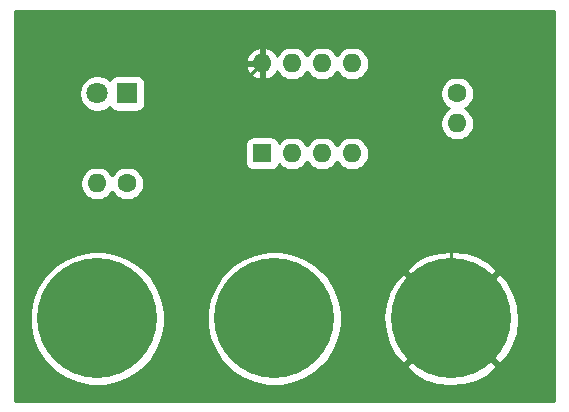
<source format=gbr>
G04 #@! TF.GenerationSoftware,KiCad,Pcbnew,(5.1.5)-2*
G04 #@! TF.CreationDate,2019-12-02T11:12:26+01:00*
G04 #@! TF.ProjectId,tutorial_1,7475746f-7269-4616-9c5f-312e6b696361,rev?*
G04 #@! TF.SameCoordinates,Original*
G04 #@! TF.FileFunction,Copper,L2,Bot*
G04 #@! TF.FilePolarity,Positive*
%FSLAX46Y46*%
G04 Gerber Fmt 4.6, Leading zero omitted, Abs format (unit mm)*
G04 Created by KiCad (PCBNEW (5.1.5)-2) date 2019-12-02 11:12:26*
%MOMM*%
%LPD*%
G04 APERTURE LIST*
%ADD10R,1.800000X1.800000*%
%ADD11C,1.800000*%
%ADD12C,10.160000*%
%ADD13O,1.600000X1.600000*%
%ADD14C,1.600000*%
%ADD15R,1.600000X1.600000*%
%ADD16C,0.250000*%
%ADD17C,0.254000*%
G04 APERTURE END LIST*
D10*
X125730000Y-100330000D03*
D11*
X123190000Y-100330000D03*
D12*
X123190000Y-119380000D03*
X153160000Y-119380000D03*
X138180000Y-119380000D03*
D13*
X153670000Y-102870000D03*
D14*
X153670000Y-100330000D03*
X125730000Y-107950000D03*
D13*
X123190000Y-107950000D03*
D15*
X137160000Y-105410000D03*
D13*
X144780000Y-97790000D03*
X139700000Y-105410000D03*
X142240000Y-97790000D03*
X142240000Y-105410000D03*
X139700000Y-97790000D03*
X144780000Y-105410000D03*
X137160000Y-97790000D03*
D16*
X153160000Y-112050998D02*
X150329002Y-109220000D01*
X153160000Y-119380000D02*
X153160000Y-112050998D01*
X150329002Y-109220000D02*
X135890000Y-109220000D01*
X135890000Y-109220000D02*
X132080000Y-105410000D01*
X132080000Y-102870000D02*
X137160000Y-97790000D01*
X132080000Y-105410000D02*
X132080000Y-102870000D01*
X153160000Y-112195796D02*
X151454204Y-110490000D01*
X153160000Y-119380000D02*
X153160000Y-112195796D01*
X151454204Y-110490000D02*
X134620000Y-110490000D01*
D17*
G36*
X161900001Y-126340000D02*
G01*
X116230000Y-126340000D01*
X116230000Y-118817122D01*
X117475000Y-118817122D01*
X117475000Y-119942878D01*
X117694625Y-121047004D01*
X118125433Y-122087067D01*
X118750870Y-123023100D01*
X119546900Y-123819130D01*
X120482933Y-124444567D01*
X121522996Y-124875375D01*
X122627122Y-125095000D01*
X123752878Y-125095000D01*
X124857004Y-124875375D01*
X125897067Y-124444567D01*
X126833100Y-123819130D01*
X127629130Y-123023100D01*
X128254567Y-122087067D01*
X128685375Y-121047004D01*
X128905000Y-119942878D01*
X128905000Y-118817122D01*
X132465000Y-118817122D01*
X132465000Y-119942878D01*
X132684625Y-121047004D01*
X133115433Y-122087067D01*
X133740870Y-123023100D01*
X134536900Y-123819130D01*
X135472933Y-124444567D01*
X136512996Y-124875375D01*
X137617122Y-125095000D01*
X138742878Y-125095000D01*
X139847004Y-124875375D01*
X140887067Y-124444567D01*
X141823100Y-123819130D01*
X142225034Y-123417196D01*
X149302409Y-123417196D01*
X149888124Y-124099416D01*
X150871704Y-124647045D01*
X151943223Y-124992265D01*
X153061501Y-125121808D01*
X154183565Y-125030697D01*
X155266294Y-124722433D01*
X156268079Y-124208863D01*
X156431876Y-124099416D01*
X157017591Y-123417196D01*
X153160000Y-119559605D01*
X149302409Y-123417196D01*
X142225034Y-123417196D01*
X142619130Y-123023100D01*
X143244567Y-122087067D01*
X143675375Y-121047004D01*
X143895000Y-119942878D01*
X143895000Y-119281501D01*
X147418192Y-119281501D01*
X147509303Y-120403565D01*
X147817567Y-121486294D01*
X148331137Y-122488079D01*
X148440584Y-122651876D01*
X149122804Y-123237591D01*
X152980395Y-119380000D01*
X153339605Y-119380000D01*
X157197196Y-123237591D01*
X157879416Y-122651876D01*
X158427045Y-121668296D01*
X158772265Y-120596777D01*
X158901808Y-119478499D01*
X158810697Y-118356435D01*
X158502433Y-117273706D01*
X157988863Y-116271921D01*
X157879416Y-116108124D01*
X157197196Y-115522409D01*
X153339605Y-119380000D01*
X152980395Y-119380000D01*
X149122804Y-115522409D01*
X148440584Y-116108124D01*
X147892955Y-117091704D01*
X147547735Y-118163223D01*
X147418192Y-119281501D01*
X143895000Y-119281501D01*
X143895000Y-118817122D01*
X143675375Y-117712996D01*
X143244567Y-116672933D01*
X142619130Y-115736900D01*
X142225034Y-115342804D01*
X149302409Y-115342804D01*
X153160000Y-119200395D01*
X157017591Y-115342804D01*
X156431876Y-114660584D01*
X155448296Y-114112955D01*
X154376777Y-113767735D01*
X153258499Y-113638192D01*
X152136435Y-113729303D01*
X151053706Y-114037567D01*
X150051921Y-114551137D01*
X149888124Y-114660584D01*
X149302409Y-115342804D01*
X142225034Y-115342804D01*
X141823100Y-114940870D01*
X140887067Y-114315433D01*
X139847004Y-113884625D01*
X138742878Y-113665000D01*
X137617122Y-113665000D01*
X136512996Y-113884625D01*
X135472933Y-114315433D01*
X134536900Y-114940870D01*
X133740870Y-115736900D01*
X133115433Y-116672933D01*
X132684625Y-117712996D01*
X132465000Y-118817122D01*
X128905000Y-118817122D01*
X128685375Y-117712996D01*
X128254567Y-116672933D01*
X127629130Y-115736900D01*
X126833100Y-114940870D01*
X125897067Y-114315433D01*
X124857004Y-113884625D01*
X123752878Y-113665000D01*
X122627122Y-113665000D01*
X121522996Y-113884625D01*
X120482933Y-114315433D01*
X119546900Y-114940870D01*
X118750870Y-115736900D01*
X118125433Y-116672933D01*
X117694625Y-117712996D01*
X117475000Y-118817122D01*
X116230000Y-118817122D01*
X116230000Y-107808665D01*
X121755000Y-107808665D01*
X121755000Y-108091335D01*
X121810147Y-108368574D01*
X121918320Y-108629727D01*
X122075363Y-108864759D01*
X122275241Y-109064637D01*
X122510273Y-109221680D01*
X122771426Y-109329853D01*
X123048665Y-109385000D01*
X123331335Y-109385000D01*
X123608574Y-109329853D01*
X123869727Y-109221680D01*
X124104759Y-109064637D01*
X124304637Y-108864759D01*
X124460000Y-108632241D01*
X124615363Y-108864759D01*
X124815241Y-109064637D01*
X125050273Y-109221680D01*
X125311426Y-109329853D01*
X125588665Y-109385000D01*
X125871335Y-109385000D01*
X126148574Y-109329853D01*
X126409727Y-109221680D01*
X126644759Y-109064637D01*
X126844637Y-108864759D01*
X127001680Y-108629727D01*
X127109853Y-108368574D01*
X127165000Y-108091335D01*
X127165000Y-107808665D01*
X127109853Y-107531426D01*
X127001680Y-107270273D01*
X126844637Y-107035241D01*
X126644759Y-106835363D01*
X126409727Y-106678320D01*
X126148574Y-106570147D01*
X125871335Y-106515000D01*
X125588665Y-106515000D01*
X125311426Y-106570147D01*
X125050273Y-106678320D01*
X124815241Y-106835363D01*
X124615363Y-107035241D01*
X124460000Y-107267759D01*
X124304637Y-107035241D01*
X124104759Y-106835363D01*
X123869727Y-106678320D01*
X123608574Y-106570147D01*
X123331335Y-106515000D01*
X123048665Y-106515000D01*
X122771426Y-106570147D01*
X122510273Y-106678320D01*
X122275241Y-106835363D01*
X122075363Y-107035241D01*
X121918320Y-107270273D01*
X121810147Y-107531426D01*
X121755000Y-107808665D01*
X116230000Y-107808665D01*
X116230000Y-104610000D01*
X135721928Y-104610000D01*
X135721928Y-106210000D01*
X135734188Y-106334482D01*
X135770498Y-106454180D01*
X135829463Y-106564494D01*
X135908815Y-106661185D01*
X136005506Y-106740537D01*
X136115820Y-106799502D01*
X136235518Y-106835812D01*
X136360000Y-106848072D01*
X137960000Y-106848072D01*
X138084482Y-106835812D01*
X138204180Y-106799502D01*
X138314494Y-106740537D01*
X138411185Y-106661185D01*
X138490537Y-106564494D01*
X138549502Y-106454180D01*
X138585812Y-106334482D01*
X138586643Y-106326039D01*
X138785241Y-106524637D01*
X139020273Y-106681680D01*
X139281426Y-106789853D01*
X139558665Y-106845000D01*
X139841335Y-106845000D01*
X140118574Y-106789853D01*
X140379727Y-106681680D01*
X140614759Y-106524637D01*
X140814637Y-106324759D01*
X140970000Y-106092241D01*
X141125363Y-106324759D01*
X141325241Y-106524637D01*
X141560273Y-106681680D01*
X141821426Y-106789853D01*
X142098665Y-106845000D01*
X142381335Y-106845000D01*
X142658574Y-106789853D01*
X142919727Y-106681680D01*
X143154759Y-106524637D01*
X143354637Y-106324759D01*
X143510000Y-106092241D01*
X143665363Y-106324759D01*
X143865241Y-106524637D01*
X144100273Y-106681680D01*
X144361426Y-106789853D01*
X144638665Y-106845000D01*
X144921335Y-106845000D01*
X145198574Y-106789853D01*
X145459727Y-106681680D01*
X145694759Y-106524637D01*
X145894637Y-106324759D01*
X146051680Y-106089727D01*
X146159853Y-105828574D01*
X146215000Y-105551335D01*
X146215000Y-105268665D01*
X146159853Y-104991426D01*
X146051680Y-104730273D01*
X145894637Y-104495241D01*
X145694759Y-104295363D01*
X145459727Y-104138320D01*
X145198574Y-104030147D01*
X144921335Y-103975000D01*
X144638665Y-103975000D01*
X144361426Y-104030147D01*
X144100273Y-104138320D01*
X143865241Y-104295363D01*
X143665363Y-104495241D01*
X143510000Y-104727759D01*
X143354637Y-104495241D01*
X143154759Y-104295363D01*
X142919727Y-104138320D01*
X142658574Y-104030147D01*
X142381335Y-103975000D01*
X142098665Y-103975000D01*
X141821426Y-104030147D01*
X141560273Y-104138320D01*
X141325241Y-104295363D01*
X141125363Y-104495241D01*
X140970000Y-104727759D01*
X140814637Y-104495241D01*
X140614759Y-104295363D01*
X140379727Y-104138320D01*
X140118574Y-104030147D01*
X139841335Y-103975000D01*
X139558665Y-103975000D01*
X139281426Y-104030147D01*
X139020273Y-104138320D01*
X138785241Y-104295363D01*
X138586643Y-104493961D01*
X138585812Y-104485518D01*
X138549502Y-104365820D01*
X138490537Y-104255506D01*
X138411185Y-104158815D01*
X138314494Y-104079463D01*
X138204180Y-104020498D01*
X138084482Y-103984188D01*
X137960000Y-103971928D01*
X136360000Y-103971928D01*
X136235518Y-103984188D01*
X136115820Y-104020498D01*
X136005506Y-104079463D01*
X135908815Y-104158815D01*
X135829463Y-104255506D01*
X135770498Y-104365820D01*
X135734188Y-104485518D01*
X135721928Y-104610000D01*
X116230000Y-104610000D01*
X116230000Y-100178816D01*
X121655000Y-100178816D01*
X121655000Y-100481184D01*
X121713989Y-100777743D01*
X121829701Y-101057095D01*
X121997688Y-101308505D01*
X122211495Y-101522312D01*
X122462905Y-101690299D01*
X122742257Y-101806011D01*
X123038816Y-101865000D01*
X123341184Y-101865000D01*
X123637743Y-101806011D01*
X123917095Y-101690299D01*
X124168505Y-101522312D01*
X124234944Y-101455873D01*
X124240498Y-101474180D01*
X124299463Y-101584494D01*
X124378815Y-101681185D01*
X124475506Y-101760537D01*
X124585820Y-101819502D01*
X124705518Y-101855812D01*
X124830000Y-101868072D01*
X126630000Y-101868072D01*
X126754482Y-101855812D01*
X126874180Y-101819502D01*
X126984494Y-101760537D01*
X127081185Y-101681185D01*
X127160537Y-101584494D01*
X127219502Y-101474180D01*
X127255812Y-101354482D01*
X127268072Y-101230000D01*
X127268072Y-100188665D01*
X152235000Y-100188665D01*
X152235000Y-100471335D01*
X152290147Y-100748574D01*
X152398320Y-101009727D01*
X152555363Y-101244759D01*
X152755241Y-101444637D01*
X152987759Y-101600000D01*
X152755241Y-101755363D01*
X152555363Y-101955241D01*
X152398320Y-102190273D01*
X152290147Y-102451426D01*
X152235000Y-102728665D01*
X152235000Y-103011335D01*
X152290147Y-103288574D01*
X152398320Y-103549727D01*
X152555363Y-103784759D01*
X152755241Y-103984637D01*
X152990273Y-104141680D01*
X153251426Y-104249853D01*
X153528665Y-104305000D01*
X153811335Y-104305000D01*
X154088574Y-104249853D01*
X154349727Y-104141680D01*
X154584759Y-103984637D01*
X154784637Y-103784759D01*
X154941680Y-103549727D01*
X155049853Y-103288574D01*
X155105000Y-103011335D01*
X155105000Y-102728665D01*
X155049853Y-102451426D01*
X154941680Y-102190273D01*
X154784637Y-101955241D01*
X154584759Y-101755363D01*
X154352241Y-101600000D01*
X154584759Y-101444637D01*
X154784637Y-101244759D01*
X154941680Y-101009727D01*
X155049853Y-100748574D01*
X155105000Y-100471335D01*
X155105000Y-100188665D01*
X155049853Y-99911426D01*
X154941680Y-99650273D01*
X154784637Y-99415241D01*
X154584759Y-99215363D01*
X154349727Y-99058320D01*
X154088574Y-98950147D01*
X153811335Y-98895000D01*
X153528665Y-98895000D01*
X153251426Y-98950147D01*
X152990273Y-99058320D01*
X152755241Y-99215363D01*
X152555363Y-99415241D01*
X152398320Y-99650273D01*
X152290147Y-99911426D01*
X152235000Y-100188665D01*
X127268072Y-100188665D01*
X127268072Y-99430000D01*
X127255812Y-99305518D01*
X127219502Y-99185820D01*
X127160537Y-99075506D01*
X127081185Y-98978815D01*
X126984494Y-98899463D01*
X126874180Y-98840498D01*
X126754482Y-98804188D01*
X126630000Y-98791928D01*
X124830000Y-98791928D01*
X124705518Y-98804188D01*
X124585820Y-98840498D01*
X124475506Y-98899463D01*
X124378815Y-98978815D01*
X124299463Y-99075506D01*
X124240498Y-99185820D01*
X124234944Y-99204127D01*
X124168505Y-99137688D01*
X123917095Y-98969701D01*
X123637743Y-98853989D01*
X123341184Y-98795000D01*
X123038816Y-98795000D01*
X122742257Y-98853989D01*
X122462905Y-98969701D01*
X122211495Y-99137688D01*
X121997688Y-99351495D01*
X121829701Y-99602905D01*
X121713989Y-99882257D01*
X121655000Y-100178816D01*
X116230000Y-100178816D01*
X116230000Y-98139040D01*
X135768091Y-98139040D01*
X135862930Y-98403881D01*
X136007615Y-98645131D01*
X136196586Y-98853519D01*
X136422580Y-99021037D01*
X136676913Y-99141246D01*
X136810961Y-99181904D01*
X137033000Y-99059915D01*
X137033000Y-97917000D01*
X135889376Y-97917000D01*
X135768091Y-98139040D01*
X116230000Y-98139040D01*
X116230000Y-97440960D01*
X135768091Y-97440960D01*
X135889376Y-97663000D01*
X137033000Y-97663000D01*
X137033000Y-96520085D01*
X137287000Y-96520085D01*
X137287000Y-97663000D01*
X137307000Y-97663000D01*
X137307000Y-97917000D01*
X137287000Y-97917000D01*
X137287000Y-99059915D01*
X137509039Y-99181904D01*
X137643087Y-99141246D01*
X137897420Y-99021037D01*
X138123414Y-98853519D01*
X138312385Y-98645131D01*
X138423933Y-98459135D01*
X138428320Y-98469727D01*
X138585363Y-98704759D01*
X138785241Y-98904637D01*
X139020273Y-99061680D01*
X139281426Y-99169853D01*
X139558665Y-99225000D01*
X139841335Y-99225000D01*
X140118574Y-99169853D01*
X140379727Y-99061680D01*
X140614759Y-98904637D01*
X140814637Y-98704759D01*
X140970000Y-98472241D01*
X141125363Y-98704759D01*
X141325241Y-98904637D01*
X141560273Y-99061680D01*
X141821426Y-99169853D01*
X142098665Y-99225000D01*
X142381335Y-99225000D01*
X142658574Y-99169853D01*
X142919727Y-99061680D01*
X143154759Y-98904637D01*
X143354637Y-98704759D01*
X143510000Y-98472241D01*
X143665363Y-98704759D01*
X143865241Y-98904637D01*
X144100273Y-99061680D01*
X144361426Y-99169853D01*
X144638665Y-99225000D01*
X144921335Y-99225000D01*
X145198574Y-99169853D01*
X145459727Y-99061680D01*
X145694759Y-98904637D01*
X145894637Y-98704759D01*
X146051680Y-98469727D01*
X146159853Y-98208574D01*
X146215000Y-97931335D01*
X146215000Y-97648665D01*
X146159853Y-97371426D01*
X146051680Y-97110273D01*
X145894637Y-96875241D01*
X145694759Y-96675363D01*
X145459727Y-96518320D01*
X145198574Y-96410147D01*
X144921335Y-96355000D01*
X144638665Y-96355000D01*
X144361426Y-96410147D01*
X144100273Y-96518320D01*
X143865241Y-96675363D01*
X143665363Y-96875241D01*
X143510000Y-97107759D01*
X143354637Y-96875241D01*
X143154759Y-96675363D01*
X142919727Y-96518320D01*
X142658574Y-96410147D01*
X142381335Y-96355000D01*
X142098665Y-96355000D01*
X141821426Y-96410147D01*
X141560273Y-96518320D01*
X141325241Y-96675363D01*
X141125363Y-96875241D01*
X140970000Y-97107759D01*
X140814637Y-96875241D01*
X140614759Y-96675363D01*
X140379727Y-96518320D01*
X140118574Y-96410147D01*
X139841335Y-96355000D01*
X139558665Y-96355000D01*
X139281426Y-96410147D01*
X139020273Y-96518320D01*
X138785241Y-96675363D01*
X138585363Y-96875241D01*
X138428320Y-97110273D01*
X138423933Y-97120865D01*
X138312385Y-96934869D01*
X138123414Y-96726481D01*
X137897420Y-96558963D01*
X137643087Y-96438754D01*
X137509039Y-96398096D01*
X137287000Y-96520085D01*
X137033000Y-96520085D01*
X136810961Y-96398096D01*
X136676913Y-96438754D01*
X136422580Y-96558963D01*
X136196586Y-96726481D01*
X136007615Y-96934869D01*
X135862930Y-97176119D01*
X135768091Y-97440960D01*
X116230000Y-97440960D01*
X116230000Y-93370000D01*
X161900000Y-93370000D01*
X161900001Y-126340000D01*
G37*
X161900001Y-126340000D02*
X116230000Y-126340000D01*
X116230000Y-118817122D01*
X117475000Y-118817122D01*
X117475000Y-119942878D01*
X117694625Y-121047004D01*
X118125433Y-122087067D01*
X118750870Y-123023100D01*
X119546900Y-123819130D01*
X120482933Y-124444567D01*
X121522996Y-124875375D01*
X122627122Y-125095000D01*
X123752878Y-125095000D01*
X124857004Y-124875375D01*
X125897067Y-124444567D01*
X126833100Y-123819130D01*
X127629130Y-123023100D01*
X128254567Y-122087067D01*
X128685375Y-121047004D01*
X128905000Y-119942878D01*
X128905000Y-118817122D01*
X132465000Y-118817122D01*
X132465000Y-119942878D01*
X132684625Y-121047004D01*
X133115433Y-122087067D01*
X133740870Y-123023100D01*
X134536900Y-123819130D01*
X135472933Y-124444567D01*
X136512996Y-124875375D01*
X137617122Y-125095000D01*
X138742878Y-125095000D01*
X139847004Y-124875375D01*
X140887067Y-124444567D01*
X141823100Y-123819130D01*
X142225034Y-123417196D01*
X149302409Y-123417196D01*
X149888124Y-124099416D01*
X150871704Y-124647045D01*
X151943223Y-124992265D01*
X153061501Y-125121808D01*
X154183565Y-125030697D01*
X155266294Y-124722433D01*
X156268079Y-124208863D01*
X156431876Y-124099416D01*
X157017591Y-123417196D01*
X153160000Y-119559605D01*
X149302409Y-123417196D01*
X142225034Y-123417196D01*
X142619130Y-123023100D01*
X143244567Y-122087067D01*
X143675375Y-121047004D01*
X143895000Y-119942878D01*
X143895000Y-119281501D01*
X147418192Y-119281501D01*
X147509303Y-120403565D01*
X147817567Y-121486294D01*
X148331137Y-122488079D01*
X148440584Y-122651876D01*
X149122804Y-123237591D01*
X152980395Y-119380000D01*
X153339605Y-119380000D01*
X157197196Y-123237591D01*
X157879416Y-122651876D01*
X158427045Y-121668296D01*
X158772265Y-120596777D01*
X158901808Y-119478499D01*
X158810697Y-118356435D01*
X158502433Y-117273706D01*
X157988863Y-116271921D01*
X157879416Y-116108124D01*
X157197196Y-115522409D01*
X153339605Y-119380000D01*
X152980395Y-119380000D01*
X149122804Y-115522409D01*
X148440584Y-116108124D01*
X147892955Y-117091704D01*
X147547735Y-118163223D01*
X147418192Y-119281501D01*
X143895000Y-119281501D01*
X143895000Y-118817122D01*
X143675375Y-117712996D01*
X143244567Y-116672933D01*
X142619130Y-115736900D01*
X142225034Y-115342804D01*
X149302409Y-115342804D01*
X153160000Y-119200395D01*
X157017591Y-115342804D01*
X156431876Y-114660584D01*
X155448296Y-114112955D01*
X154376777Y-113767735D01*
X153258499Y-113638192D01*
X152136435Y-113729303D01*
X151053706Y-114037567D01*
X150051921Y-114551137D01*
X149888124Y-114660584D01*
X149302409Y-115342804D01*
X142225034Y-115342804D01*
X141823100Y-114940870D01*
X140887067Y-114315433D01*
X139847004Y-113884625D01*
X138742878Y-113665000D01*
X137617122Y-113665000D01*
X136512996Y-113884625D01*
X135472933Y-114315433D01*
X134536900Y-114940870D01*
X133740870Y-115736900D01*
X133115433Y-116672933D01*
X132684625Y-117712996D01*
X132465000Y-118817122D01*
X128905000Y-118817122D01*
X128685375Y-117712996D01*
X128254567Y-116672933D01*
X127629130Y-115736900D01*
X126833100Y-114940870D01*
X125897067Y-114315433D01*
X124857004Y-113884625D01*
X123752878Y-113665000D01*
X122627122Y-113665000D01*
X121522996Y-113884625D01*
X120482933Y-114315433D01*
X119546900Y-114940870D01*
X118750870Y-115736900D01*
X118125433Y-116672933D01*
X117694625Y-117712996D01*
X117475000Y-118817122D01*
X116230000Y-118817122D01*
X116230000Y-107808665D01*
X121755000Y-107808665D01*
X121755000Y-108091335D01*
X121810147Y-108368574D01*
X121918320Y-108629727D01*
X122075363Y-108864759D01*
X122275241Y-109064637D01*
X122510273Y-109221680D01*
X122771426Y-109329853D01*
X123048665Y-109385000D01*
X123331335Y-109385000D01*
X123608574Y-109329853D01*
X123869727Y-109221680D01*
X124104759Y-109064637D01*
X124304637Y-108864759D01*
X124460000Y-108632241D01*
X124615363Y-108864759D01*
X124815241Y-109064637D01*
X125050273Y-109221680D01*
X125311426Y-109329853D01*
X125588665Y-109385000D01*
X125871335Y-109385000D01*
X126148574Y-109329853D01*
X126409727Y-109221680D01*
X126644759Y-109064637D01*
X126844637Y-108864759D01*
X127001680Y-108629727D01*
X127109853Y-108368574D01*
X127165000Y-108091335D01*
X127165000Y-107808665D01*
X127109853Y-107531426D01*
X127001680Y-107270273D01*
X126844637Y-107035241D01*
X126644759Y-106835363D01*
X126409727Y-106678320D01*
X126148574Y-106570147D01*
X125871335Y-106515000D01*
X125588665Y-106515000D01*
X125311426Y-106570147D01*
X125050273Y-106678320D01*
X124815241Y-106835363D01*
X124615363Y-107035241D01*
X124460000Y-107267759D01*
X124304637Y-107035241D01*
X124104759Y-106835363D01*
X123869727Y-106678320D01*
X123608574Y-106570147D01*
X123331335Y-106515000D01*
X123048665Y-106515000D01*
X122771426Y-106570147D01*
X122510273Y-106678320D01*
X122275241Y-106835363D01*
X122075363Y-107035241D01*
X121918320Y-107270273D01*
X121810147Y-107531426D01*
X121755000Y-107808665D01*
X116230000Y-107808665D01*
X116230000Y-104610000D01*
X135721928Y-104610000D01*
X135721928Y-106210000D01*
X135734188Y-106334482D01*
X135770498Y-106454180D01*
X135829463Y-106564494D01*
X135908815Y-106661185D01*
X136005506Y-106740537D01*
X136115820Y-106799502D01*
X136235518Y-106835812D01*
X136360000Y-106848072D01*
X137960000Y-106848072D01*
X138084482Y-106835812D01*
X138204180Y-106799502D01*
X138314494Y-106740537D01*
X138411185Y-106661185D01*
X138490537Y-106564494D01*
X138549502Y-106454180D01*
X138585812Y-106334482D01*
X138586643Y-106326039D01*
X138785241Y-106524637D01*
X139020273Y-106681680D01*
X139281426Y-106789853D01*
X139558665Y-106845000D01*
X139841335Y-106845000D01*
X140118574Y-106789853D01*
X140379727Y-106681680D01*
X140614759Y-106524637D01*
X140814637Y-106324759D01*
X140970000Y-106092241D01*
X141125363Y-106324759D01*
X141325241Y-106524637D01*
X141560273Y-106681680D01*
X141821426Y-106789853D01*
X142098665Y-106845000D01*
X142381335Y-106845000D01*
X142658574Y-106789853D01*
X142919727Y-106681680D01*
X143154759Y-106524637D01*
X143354637Y-106324759D01*
X143510000Y-106092241D01*
X143665363Y-106324759D01*
X143865241Y-106524637D01*
X144100273Y-106681680D01*
X144361426Y-106789853D01*
X144638665Y-106845000D01*
X144921335Y-106845000D01*
X145198574Y-106789853D01*
X145459727Y-106681680D01*
X145694759Y-106524637D01*
X145894637Y-106324759D01*
X146051680Y-106089727D01*
X146159853Y-105828574D01*
X146215000Y-105551335D01*
X146215000Y-105268665D01*
X146159853Y-104991426D01*
X146051680Y-104730273D01*
X145894637Y-104495241D01*
X145694759Y-104295363D01*
X145459727Y-104138320D01*
X145198574Y-104030147D01*
X144921335Y-103975000D01*
X144638665Y-103975000D01*
X144361426Y-104030147D01*
X144100273Y-104138320D01*
X143865241Y-104295363D01*
X143665363Y-104495241D01*
X143510000Y-104727759D01*
X143354637Y-104495241D01*
X143154759Y-104295363D01*
X142919727Y-104138320D01*
X142658574Y-104030147D01*
X142381335Y-103975000D01*
X142098665Y-103975000D01*
X141821426Y-104030147D01*
X141560273Y-104138320D01*
X141325241Y-104295363D01*
X141125363Y-104495241D01*
X140970000Y-104727759D01*
X140814637Y-104495241D01*
X140614759Y-104295363D01*
X140379727Y-104138320D01*
X140118574Y-104030147D01*
X139841335Y-103975000D01*
X139558665Y-103975000D01*
X139281426Y-104030147D01*
X139020273Y-104138320D01*
X138785241Y-104295363D01*
X138586643Y-104493961D01*
X138585812Y-104485518D01*
X138549502Y-104365820D01*
X138490537Y-104255506D01*
X138411185Y-104158815D01*
X138314494Y-104079463D01*
X138204180Y-104020498D01*
X138084482Y-103984188D01*
X137960000Y-103971928D01*
X136360000Y-103971928D01*
X136235518Y-103984188D01*
X136115820Y-104020498D01*
X136005506Y-104079463D01*
X135908815Y-104158815D01*
X135829463Y-104255506D01*
X135770498Y-104365820D01*
X135734188Y-104485518D01*
X135721928Y-104610000D01*
X116230000Y-104610000D01*
X116230000Y-100178816D01*
X121655000Y-100178816D01*
X121655000Y-100481184D01*
X121713989Y-100777743D01*
X121829701Y-101057095D01*
X121997688Y-101308505D01*
X122211495Y-101522312D01*
X122462905Y-101690299D01*
X122742257Y-101806011D01*
X123038816Y-101865000D01*
X123341184Y-101865000D01*
X123637743Y-101806011D01*
X123917095Y-101690299D01*
X124168505Y-101522312D01*
X124234944Y-101455873D01*
X124240498Y-101474180D01*
X124299463Y-101584494D01*
X124378815Y-101681185D01*
X124475506Y-101760537D01*
X124585820Y-101819502D01*
X124705518Y-101855812D01*
X124830000Y-101868072D01*
X126630000Y-101868072D01*
X126754482Y-101855812D01*
X126874180Y-101819502D01*
X126984494Y-101760537D01*
X127081185Y-101681185D01*
X127160537Y-101584494D01*
X127219502Y-101474180D01*
X127255812Y-101354482D01*
X127268072Y-101230000D01*
X127268072Y-100188665D01*
X152235000Y-100188665D01*
X152235000Y-100471335D01*
X152290147Y-100748574D01*
X152398320Y-101009727D01*
X152555363Y-101244759D01*
X152755241Y-101444637D01*
X152987759Y-101600000D01*
X152755241Y-101755363D01*
X152555363Y-101955241D01*
X152398320Y-102190273D01*
X152290147Y-102451426D01*
X152235000Y-102728665D01*
X152235000Y-103011335D01*
X152290147Y-103288574D01*
X152398320Y-103549727D01*
X152555363Y-103784759D01*
X152755241Y-103984637D01*
X152990273Y-104141680D01*
X153251426Y-104249853D01*
X153528665Y-104305000D01*
X153811335Y-104305000D01*
X154088574Y-104249853D01*
X154349727Y-104141680D01*
X154584759Y-103984637D01*
X154784637Y-103784759D01*
X154941680Y-103549727D01*
X155049853Y-103288574D01*
X155105000Y-103011335D01*
X155105000Y-102728665D01*
X155049853Y-102451426D01*
X154941680Y-102190273D01*
X154784637Y-101955241D01*
X154584759Y-101755363D01*
X154352241Y-101600000D01*
X154584759Y-101444637D01*
X154784637Y-101244759D01*
X154941680Y-101009727D01*
X155049853Y-100748574D01*
X155105000Y-100471335D01*
X155105000Y-100188665D01*
X155049853Y-99911426D01*
X154941680Y-99650273D01*
X154784637Y-99415241D01*
X154584759Y-99215363D01*
X154349727Y-99058320D01*
X154088574Y-98950147D01*
X153811335Y-98895000D01*
X153528665Y-98895000D01*
X153251426Y-98950147D01*
X152990273Y-99058320D01*
X152755241Y-99215363D01*
X152555363Y-99415241D01*
X152398320Y-99650273D01*
X152290147Y-99911426D01*
X152235000Y-100188665D01*
X127268072Y-100188665D01*
X127268072Y-99430000D01*
X127255812Y-99305518D01*
X127219502Y-99185820D01*
X127160537Y-99075506D01*
X127081185Y-98978815D01*
X126984494Y-98899463D01*
X126874180Y-98840498D01*
X126754482Y-98804188D01*
X126630000Y-98791928D01*
X124830000Y-98791928D01*
X124705518Y-98804188D01*
X124585820Y-98840498D01*
X124475506Y-98899463D01*
X124378815Y-98978815D01*
X124299463Y-99075506D01*
X124240498Y-99185820D01*
X124234944Y-99204127D01*
X124168505Y-99137688D01*
X123917095Y-98969701D01*
X123637743Y-98853989D01*
X123341184Y-98795000D01*
X123038816Y-98795000D01*
X122742257Y-98853989D01*
X122462905Y-98969701D01*
X122211495Y-99137688D01*
X121997688Y-99351495D01*
X121829701Y-99602905D01*
X121713989Y-99882257D01*
X121655000Y-100178816D01*
X116230000Y-100178816D01*
X116230000Y-98139040D01*
X135768091Y-98139040D01*
X135862930Y-98403881D01*
X136007615Y-98645131D01*
X136196586Y-98853519D01*
X136422580Y-99021037D01*
X136676913Y-99141246D01*
X136810961Y-99181904D01*
X137033000Y-99059915D01*
X137033000Y-97917000D01*
X135889376Y-97917000D01*
X135768091Y-98139040D01*
X116230000Y-98139040D01*
X116230000Y-97440960D01*
X135768091Y-97440960D01*
X135889376Y-97663000D01*
X137033000Y-97663000D01*
X137033000Y-96520085D01*
X137287000Y-96520085D01*
X137287000Y-97663000D01*
X137307000Y-97663000D01*
X137307000Y-97917000D01*
X137287000Y-97917000D01*
X137287000Y-99059915D01*
X137509039Y-99181904D01*
X137643087Y-99141246D01*
X137897420Y-99021037D01*
X138123414Y-98853519D01*
X138312385Y-98645131D01*
X138423933Y-98459135D01*
X138428320Y-98469727D01*
X138585363Y-98704759D01*
X138785241Y-98904637D01*
X139020273Y-99061680D01*
X139281426Y-99169853D01*
X139558665Y-99225000D01*
X139841335Y-99225000D01*
X140118574Y-99169853D01*
X140379727Y-99061680D01*
X140614759Y-98904637D01*
X140814637Y-98704759D01*
X140970000Y-98472241D01*
X141125363Y-98704759D01*
X141325241Y-98904637D01*
X141560273Y-99061680D01*
X141821426Y-99169853D01*
X142098665Y-99225000D01*
X142381335Y-99225000D01*
X142658574Y-99169853D01*
X142919727Y-99061680D01*
X143154759Y-98904637D01*
X143354637Y-98704759D01*
X143510000Y-98472241D01*
X143665363Y-98704759D01*
X143865241Y-98904637D01*
X144100273Y-99061680D01*
X144361426Y-99169853D01*
X144638665Y-99225000D01*
X144921335Y-99225000D01*
X145198574Y-99169853D01*
X145459727Y-99061680D01*
X145694759Y-98904637D01*
X145894637Y-98704759D01*
X146051680Y-98469727D01*
X146159853Y-98208574D01*
X146215000Y-97931335D01*
X146215000Y-97648665D01*
X146159853Y-97371426D01*
X146051680Y-97110273D01*
X145894637Y-96875241D01*
X145694759Y-96675363D01*
X145459727Y-96518320D01*
X145198574Y-96410147D01*
X144921335Y-96355000D01*
X144638665Y-96355000D01*
X144361426Y-96410147D01*
X144100273Y-96518320D01*
X143865241Y-96675363D01*
X143665363Y-96875241D01*
X143510000Y-97107759D01*
X143354637Y-96875241D01*
X143154759Y-96675363D01*
X142919727Y-96518320D01*
X142658574Y-96410147D01*
X142381335Y-96355000D01*
X142098665Y-96355000D01*
X141821426Y-96410147D01*
X141560273Y-96518320D01*
X141325241Y-96675363D01*
X141125363Y-96875241D01*
X140970000Y-97107759D01*
X140814637Y-96875241D01*
X140614759Y-96675363D01*
X140379727Y-96518320D01*
X140118574Y-96410147D01*
X139841335Y-96355000D01*
X139558665Y-96355000D01*
X139281426Y-96410147D01*
X139020273Y-96518320D01*
X138785241Y-96675363D01*
X138585363Y-96875241D01*
X138428320Y-97110273D01*
X138423933Y-97120865D01*
X138312385Y-96934869D01*
X138123414Y-96726481D01*
X137897420Y-96558963D01*
X137643087Y-96438754D01*
X137509039Y-96398096D01*
X137287000Y-96520085D01*
X137033000Y-96520085D01*
X136810961Y-96398096D01*
X136676913Y-96438754D01*
X136422580Y-96558963D01*
X136196586Y-96726481D01*
X136007615Y-96934869D01*
X135862930Y-97176119D01*
X135768091Y-97440960D01*
X116230000Y-97440960D01*
X116230000Y-93370000D01*
X161900000Y-93370000D01*
X161900001Y-126340000D01*
M02*

</source>
